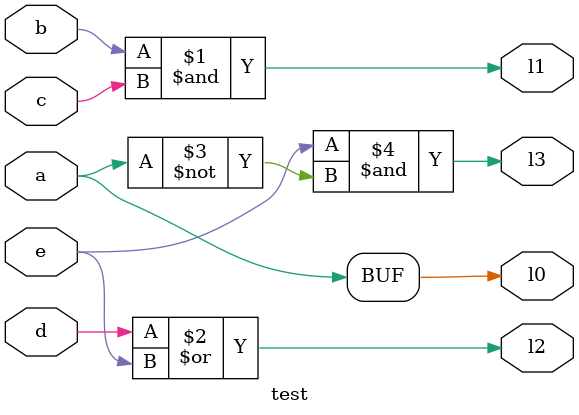
<source format=v>
`timescale 1ns/1ns

module test(
    input   a, b, c, d, e,
    output  l0, l1, l2, l3
    );
//comentario

assign l0 = a;
assign l1 = b&c;
assign l2 = d|e;
assign l3 = e&~a;

endmodule
</source>
